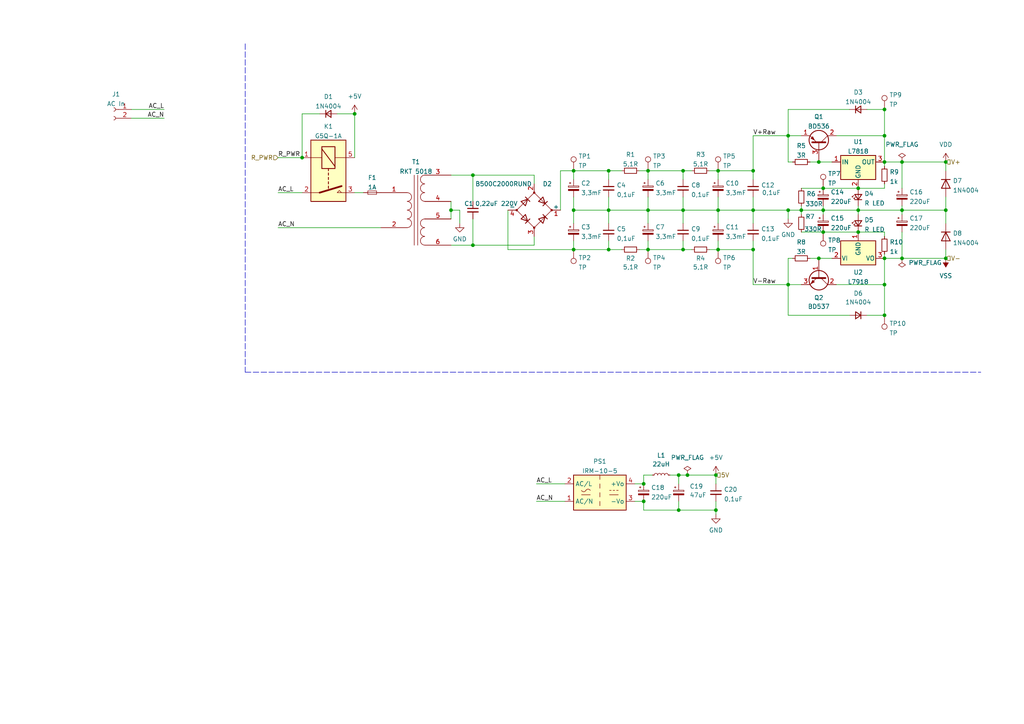
<source format=kicad_sch>
(kicad_sch (version 20211123) (generator eeschema)
  (paper "A4")
  (lib_symbols
    (symbol "Connector:Conn_01x02_Female" (pin_names (offset 1.016) hide)
      (property "Reference" "J" (at 0 2.54 0))
      (property "Value" "Conn_01x02_Female" (at 0 -5.08 0))
      (symbol "Conn_01x02_Female_1_1"
        (arc (start 0 -2.032) (mid -0.508 -2.54) (end 0 -3.048) (stroke (width 0.1524)))
        (polyline (pts (xy -1.27 -2.54) (xy -0.508 -2.54)) (stroke (width 0.1524)))
        (polyline (pts (xy -1.27 0) (xy -0.508 0)) (stroke (width 0.1524)))
        (arc (start 0 0.508) (mid -0.508 0) (end 0 -0.508) (stroke (width 0.1524)))
        (pin passive line (at -5.08 0 0) (length 3.81) (name "Pin_1") (number "1"))
        (pin passive line (at -5.08 -2.54 0) (length 3.81) (name "Pin_2") (number "2"))
      )
    )
    (symbol "Connector:TestPoint" (pin_numbers hide) (pin_names (offset 0.762) hide)
      (property "Reference" "TP" (at 0 6.858 0))
      (property "Value" "TestPoint" (at 0 5.08 0))
      (symbol "TestPoint_0_1"
        (circle (center 0 3.302) (radius 0.762))
      )
      (symbol "TestPoint_1_1"
        (pin passive line (at 0 0 90) (length 2.54) (name "1") (number "1"))
      )
    )
    (symbol "Converter_ACDC:IRM-10-5"
      (property "Reference" "PS" (at 0 6.35 0))
      (property "Value" "IRM-10-5" (at 0 -6.35 0))
      (symbol "IRM-10-5_0_1"
        (rectangle (start -7.62 5.08) (end 7.62 -5.08) (stroke (width 0.254)) (fill (type background)))
        (arc (start -5.334 0.635) (mid -4.699 0.2495) (end -4.064 0.635))
        (arc (start -2.794 0.635) (mid -3.429 1.0072) (end -4.064 0.635))
        (polyline (pts (xy -5.334 -0.635) (xy -2.794 -0.635)))
        (polyline (pts (xy 0 -2.54) (xy 0 -3.81)))
        (polyline (pts (xy 0 0) (xy 0 -1.27)))
        (polyline (pts (xy 0 2.54) (xy 0 1.27)))
        (polyline (pts (xy 0 5.08) (xy 0 3.81)))
        (polyline (pts (xy 2.794 -0.635) (xy 5.334 -0.635)))
        (polyline (pts (xy 2.794 0.635) (xy 3.302 0.635)))
        (polyline (pts (xy 3.81 0.635) (xy 4.318 0.635)))
        (polyline (pts (xy 4.826 0.635) (xy 5.334 0.635)))
      )
      (symbol "IRM-10-5_1_1"
        (pin power_in line (at -10.16 -2.54 0) (length 2.54) (name "AC/N") (number "1"))
        (pin power_in line (at -10.16 2.54 0) (length 2.54) (name "AC/L") (number "2"))
        (pin power_out line (at 10.16 -2.54 180) (length 2.54) (name "-Vo") (number "3"))
        (pin power_out line (at 10.16 2.54 180) (length 2.54) (name "+Vo") (number "4"))
      )
    )
    (symbol "Device:C_Polarized_Small" (pin_numbers hide) (pin_names (offset 0.254) hide)
      (property "Reference" "C" (at 0.254 1.778 0))
      (property "Value" "C_Polarized_Small" (at 0.254 -2.032 0))
      (symbol "C_Polarized_Small_0_1"
        (rectangle (start -1.524 -0.3048) (end 1.524 -0.6858) (fill (type outline)))
        (rectangle (start -1.524 0.6858) (end 1.524 0.3048))
        (polyline (pts (xy -1.27 1.524) (xy -0.762 1.524)))
        (polyline (pts (xy -1.016 1.27) (xy -1.016 1.778)))
      )
      (symbol "C_Polarized_Small_1_1"
        (pin passive line (at 0 2.54 270) (length 1.8542) (name "~") (number "1"))
        (pin passive line (at 0 -2.54 90) (length 1.8542) (name "~") (number "2"))
      )
    )
    (symbol "Device:C_Small" (pin_numbers hide) (pin_names (offset 0.254) hide)
      (property "Reference" "C" (at 0.254 1.778 0))
      (property "Value" "C_Small" (at 0.254 -2.032 0))
      (symbol "C_Small_0_1"
        (polyline (pts (xy -1.524 -0.508) (xy 1.524 -0.508)) (stroke (width 0.3302)))
        (polyline (pts (xy -1.524 0.508) (xy 1.524 0.508)) (stroke (width 0.3048)))
      )
      (symbol "C_Small_1_1"
        (pin passive line (at 0 2.54 270) (length 2.032) (name "~") (number "1"))
        (pin passive line (at 0 -2.54 90) (length 2.032) (name "~") (number "2"))
      )
    )
    (symbol "Device:D_Bridge_+AA-" (pin_names (offset 0))
      (property "Reference" "D" (at 2.54 6.985 0))
      (property "Value" "D_Bridge_+AA-" (at 2.54 5.08 0))
      (symbol "D_Bridge_+AA-_0_1"
        (circle (center -5.08 0) (radius 0.254) (fill (type outline)))
        (circle (center 0 -5.08) (radius 0.254) (fill (type outline)))
        (polyline (pts (xy -2.54 3.81) (xy -1.27 2.54)) (stroke (width 0.254)))
        (polyline (pts (xy -1.27 -2.54) (xy -2.54 -3.81)) (stroke (width 0.254)))
        (polyline (pts (xy 2.54 -1.27) (xy 3.81 -2.54)) (stroke (width 0.254)))
        (polyline (pts (xy 2.54 1.27) (xy 3.81 2.54)) (stroke (width 0.254)))
        (polyline (pts (xy -3.81 2.54) (xy -2.54 1.27) (xy -1.905 3.175) (xy -3.81 2.54)) (stroke (width 0.254)))
        (polyline (pts (xy -2.54 -1.27) (xy -3.81 -2.54) (xy -1.905 -3.175) (xy -2.54 -1.27)) (stroke (width 0.254)))
        (polyline (pts (xy 1.27 2.54) (xy 2.54 3.81) (xy 3.175 1.905) (xy 1.27 2.54)) (stroke (width 0.254)))
        (polyline (pts (xy 3.175 -1.905) (xy 1.27 -2.54) (xy 2.54 -3.81) (xy 3.175 -1.905)) (stroke (width 0.254)))
        (polyline (pts (xy -5.08 0) (xy 0 -5.08) (xy 5.08 0) (xy 0 5.08) (xy -5.08 0)))
        (circle (center 0 5.08) (radius 0.254) (fill (type outline)))
        (circle (center 5.08 0) (radius 0.254) (fill (type outline)))
      )
      (symbol "D_Bridge_+AA-_1_1"
        (pin passive line (at 7.62 0 180) (length 2.54) (name "+") (number "1"))
        (pin passive line (at 0 7.62 270) (length 2.54) (name "~") (number "2"))
        (pin passive line (at 0 -7.62 90) (length 2.54) (name "~") (number "3"))
        (pin passive line (at -7.62 0 0) (length 2.54) (name "-") (number "4"))
      )
    )
    (symbol "Device:D_Small" (pin_numbers hide) (pin_names (offset 0.254) hide)
      (property "Reference" "D" (at -1.27 2.032 0))
      (property "Value" "D_Small" (at -3.81 -2.032 0))
      (symbol "D_Small_0_1"
        (polyline (pts (xy -0.762 -1.016) (xy -0.762 1.016)) (stroke (width 0.254)))
        (polyline (pts (xy -0.762 0) (xy 0.762 0)))
        (polyline (pts (xy 0.762 -1.016) (xy -0.762 0) (xy 0.762 1.016) (xy 0.762 -1.016)) (stroke (width 0.254)))
      )
      (symbol "D_Small_1_1"
        (pin passive line (at -2.54 0 0) (length 1.778) (name "K") (number "1"))
        (pin passive line (at 2.54 0 180) (length 1.778) (name "A") (number "2"))
      )
    )
    (symbol "Device:Fuse_Small" (pin_numbers hide) (pin_names (offset 0.254) hide)
      (property "Reference" "F" (at 0 -1.524 0))
      (property "Value" "Fuse_Small" (at 0 1.524 0))
      (symbol "Fuse_Small_0_1"
        (rectangle (start -1.27 0.508) (end 1.27 -0.508))
        (polyline (pts (xy -1.27 0) (xy 1.27 0)))
      )
      (symbol "Fuse_Small_1_1"
        (pin passive line (at -2.54 0 0) (length 1.27) (name "~") (number "1"))
        (pin passive line (at 2.54 0 180) (length 1.27) (name "~") (number "2"))
      )
    )
    (symbol "Device:LED_Small" (pin_numbers hide) (pin_names (offset 0.254) hide)
      (property "Reference" "D" (at -1.27 3.175 0))
      (property "Value" "LED_Small" (at -4.445 -2.54 0))
      (symbol "LED_Small_0_1"
        (polyline (pts (xy -0.762 -1.016) (xy -0.762 1.016)) (stroke (width 0.254)))
        (polyline (pts (xy 1.016 0) (xy -0.762 0)))
        (polyline (pts (xy 0.762 -1.016) (xy -0.762 0) (xy 0.762 1.016) (xy 0.762 -1.016)) (stroke (width 0.254)))
        (polyline (pts (xy 0 0.762) (xy -0.508 1.27) (xy -0.254 1.27) (xy -0.508 1.27) (xy -0.508 1.016)))
        (polyline (pts (xy 0.508 1.27) (xy 0 1.778) (xy 0.254 1.778) (xy 0 1.778) (xy 0 1.524)))
      )
      (symbol "LED_Small_1_1"
        (pin passive line (at -2.54 0 0) (length 1.778) (name "K") (number "1"))
        (pin passive line (at 2.54 0 180) (length 1.778) (name "A") (number "2"))
      )
    )
    (symbol "Device:L_Small" (pin_numbers hide) (pin_names (offset 0.254) hide)
      (property "Reference" "L" (at 0.762 1.016 0))
      (property "Value" "L_Small" (at 0.762 -1.016 0))
      (symbol "L_Small_0_1"
        (arc (start 0 -2.032) (mid 0.508 -1.524) (end 0 -1.016))
        (arc (start 0 -1.016) (mid 0.508 -0.508) (end 0 0))
        (arc (start 0 0) (mid 0.508 0.508) (end 0 1.016))
        (arc (start 0 1.016) (mid 0.508 1.524) (end 0 2.032))
      )
      (symbol "L_Small_1_1"
        (pin passive line (at 0 2.54 270) (length 0.508) (name "~") (number "1"))
        (pin passive line (at 0 -2.54 90) (length 0.508) (name "~") (number "2"))
      )
    )
    (symbol "Device:Q_NPN_BCE" (pin_names (offset 0) hide)
      (property "Reference" "Q" (at 5.08 1.27 0))
      (property "Value" "Q_NPN_BCE" (at 5.08 -1.27 0))
      (symbol "Q_NPN_BCE_0_1"
        (polyline (pts (xy 0.635 0.635) (xy 2.54 2.54)))
        (polyline (pts (xy 0.635 -0.635) (xy 2.54 -2.54) (xy 2.54 -2.54)))
        (polyline (pts (xy 0.635 1.905) (xy 0.635 -1.905) (xy 0.635 -1.905)) (stroke (width 0.508)))
        (polyline (pts (xy 1.27 -1.778) (xy 1.778 -1.27) (xy 2.286 -2.286) (xy 1.27 -1.778) (xy 1.27 -1.778)) (fill (type outline)))
        (circle (center 1.27 0) (radius 2.8194) (stroke (width 0.254)))
      )
      (symbol "Q_NPN_BCE_1_1"
        (pin input line (at -5.08 0 0) (length 5.715) (name "B") (number "1"))
        (pin passive line (at 2.54 5.08 270) (length 2.54) (name "C") (number "2"))
        (pin passive line (at 2.54 -5.08 90) (length 2.54) (name "E") (number "3"))
      )
    )
    (symbol "Device:Q_PNP_ECB" (pin_names (offset 0) hide)
      (property "Reference" "Q" (at 5.08 1.27 0))
      (property "Value" "Q_PNP_ECB" (at 5.08 -1.27 0))
      (symbol "Q_PNP_ECB_0_1"
        (polyline (pts (xy 0.635 0.635) (xy 2.54 2.54)))
        (polyline (pts (xy 0.635 -0.635) (xy 2.54 -2.54) (xy 2.54 -2.54)))
        (polyline (pts (xy 0.635 1.905) (xy 0.635 -1.905) (xy 0.635 -1.905)) (stroke (width 0.508)))
        (polyline (pts (xy 2.286 -1.778) (xy 1.778 -2.286) (xy 1.27 -1.27) (xy 2.286 -1.778) (xy 2.286 -1.778)) (fill (type outline)))
        (circle (center 1.27 0) (radius 2.8194) (stroke (width 0.254)))
      )
      (symbol "Q_PNP_ECB_1_1"
        (pin passive line (at 2.54 -5.08 90) (length 2.54) (name "E") (number "1"))
        (pin passive line (at 2.54 5.08 270) (length 2.54) (name "C") (number "2"))
        (pin input line (at -5.08 0 0) (length 5.715) (name "B") (number "3"))
      )
    )
    (symbol "Device:R_Small" (pin_numbers hide) (pin_names (offset 0.254) hide)
      (property "Reference" "R" (at 0.762 0.508 0))
      (property "Value" "R_Small" (at 0.762 -1.016 0))
      (symbol "R_Small_0_1"
        (rectangle (start -0.762 1.778) (end 0.762 -1.778) (stroke (width 0.2032)))
      )
      (symbol "R_Small_1_1"
        (pin passive line (at 0 2.54 270) (length 0.762) (name "~") (number "1"))
        (pin passive line (at 0 -2.54 90) (length 0.762) (name "~") (number "2"))
      )
    )
    (symbol "Device:Transformer_1P_2S" (pin_names (offset 1.016) hide)
      (property "Reference" "T" (at 0 12.7 0))
      (property "Value" "Transformer_1P_2S" (at 0 -12.7 0))
      (symbol "Transformer_1P_2S_0_1"
        (arc (start -2.54 -5.0546) (mid -1.6561 -4.6863) (end -1.27 -3.81))
        (arc (start -2.54 -2.5146) (mid -1.6561 -2.1463) (end -1.27 -1.27))
        (arc (start -2.54 0.0254) (mid -1.6561 0.3937) (end -1.27 1.27))
        (arc (start -2.54 2.5654) (mid -1.6561 2.9337) (end -1.27 3.81))
        (arc (start -1.27 -3.81) (mid -1.642 -2.912) (end -2.54 -2.54))
        (arc (start -1.27 -1.27) (mid -1.642 -0.372) (end -2.54 0))
        (arc (start -1.27 1.27) (mid -1.642 2.168) (end -2.54 2.54))
        (arc (start -1.27 3.81) (mid -1.642 4.708) (end -2.54 5.08))
        (polyline (pts (xy -0.508 -10.16) (xy -0.508 10.16)))
        (polyline (pts (xy 0.508 10.16) (xy 0.508 -10.16)))
        (arc (start 1.2954 -8.89) (mid 1.6599 -9.7701) (end 2.54 -10.1346))
        (arc (start 1.2954 -6.35) (mid 1.6599 -7.2301) (end 2.54 -7.5946))
        (arc (start 1.2954 -3.81) (mid 1.6599 -4.6901) (end 2.54 -5.0546))
        (arc (start 1.2954 3.81) (mid 1.6599 2.9299) (end 2.54 2.5654))
        (arc (start 1.2954 6.35) (mid 1.6599 5.4699) (end 2.54 5.1054))
        (arc (start 1.2954 8.89) (mid 1.6599 8.0099) (end 2.54 7.6454))
        (arc (start 2.54 -7.62) (mid 1.6456 -7.9883) (end 1.2954 -8.89))
        (arc (start 2.54 -5.08) (mid 1.6456 -5.4483) (end 1.2954 -6.35))
        (arc (start 2.54 -2.54) (mid 1.6456 -2.9083) (end 1.2954 -3.81))
        (arc (start 2.54 5.08) (mid 1.6456 4.7117) (end 1.2954 3.81))
        (arc (start 2.54 7.62) (mid 1.6456 7.2517) (end 1.2954 6.35))
        (arc (start 2.54 10.16) (mid 1.6456 9.7917) (end 1.2954 8.89))
      )
      (symbol "Transformer_1P_2S_1_1"
        (pin passive line (at -10.16 5.08 0) (length 7.62) (name "AA") (number "1"))
        (pin passive line (at -10.16 -5.08 0) (length 7.62) (name "AB") (number "2"))
        (pin passive line (at 10.16 10.16 180) (length 7.62) (name "SA") (number "3"))
        (pin passive line (at 10.16 2.54 180) (length 7.62) (name "SB") (number "4"))
        (pin passive line (at 10.16 -2.54 180) (length 7.62) (name "SC") (number "5"))
        (pin passive line (at 10.16 -10.16 180) (length 7.62) (name "SD") (number "6"))
      )
    )
    (symbol "Diode:1N4004" (pin_numbers hide) (pin_names (offset 1.016) hide)
      (property "Reference" "D" (at 0 2.54 0))
      (property "Value" "1N4004" (at 0 -2.54 0))
      (symbol "1N4004_0_1"
        (polyline (pts (xy -1.27 1.27) (xy -1.27 -1.27)) (stroke (width 0.254)))
        (polyline (pts (xy 1.27 0) (xy -1.27 0)))
        (polyline (pts (xy 1.27 1.27) (xy 1.27 -1.27) (xy -1.27 0) (xy 1.27 1.27)) (stroke (width 0.254)))
      )
      (symbol "1N4004_1_1"
        (pin passive line (at -3.81 0 0) (length 2.54) (name "K") (number "1"))
        (pin passive line (at 3.81 0 180) (length 2.54) (name "A") (number "2"))
      )
    )
    (symbol "Regulator_Linear:L7815" (pin_names (offset 0.254))
      (property "Reference" "U" (at -3.81 3.175 0))
      (property "Value" "L7815" (at 0 3.175 0))
      (symbol "L7815_0_1"
        (rectangle (start -5.08 1.905) (end 5.08 -5.08) (stroke (width 0.254)) (fill (type background)))
      )
      (symbol "L7815_1_1"
        (pin power_in line (at -7.62 0 0) (length 2.54) (name "IN") (number "1"))
        (pin power_in line (at 0 -7.62 90) (length 2.54) (name "GND") (number "2"))
        (pin power_out line (at 7.62 0 180) (length 2.54) (name "OUT") (number "3"))
      )
    )
    (symbol "Regulator_Linear:L7915" (pin_names (offset 0.254))
      (property "Reference" "U" (at -3.81 -3.175 0))
      (property "Value" "L7915" (at 0 -3.175 0))
      (symbol "L7915_0_1"
        (rectangle (start -5.08 5.08) (end 5.08 -1.905) (stroke (width 0.254)) (fill (type background)))
      )
      (symbol "L7915_1_1"
        (pin power_in line (at 0 7.62 270) (length 2.54) (name "GND") (number "1"))
        (pin power_in line (at -7.62 0 0) (length 2.54) (name "VI") (number "2"))
        (pin power_out line (at 7.62 0 180) (length 2.54) (name "VO") (number "3"))
      )
    )
    (symbol "Relay:G5Q-1A"
      (property "Reference" "K" (at 8.89 3.81 0))
      (property "Value" "G5Q-1A" (at 8.89 1.27 0))
      (symbol "G5Q-1A_0_0"
        (polyline (pts (xy 5.08 5.08) (xy 5.08 2.54) (xy 4.445 3.175) (xy 5.08 3.81)))
      )
      (symbol "G5Q-1A_0_1"
        (rectangle (start -10.16 5.08) (end 7.62 -5.08) (stroke (width 0.254)) (fill (type background)))
        (rectangle (start -8.255 1.905) (end -1.905 -1.905) (stroke (width 0.254)))
        (polyline (pts (xy -7.62 -1.905) (xy -2.54 1.905)) (stroke (width 0.254)))
        (polyline (pts (xy -5.08 -5.08) (xy -5.08 -1.905)))
        (polyline (pts (xy -5.08 5.08) (xy -5.08 1.905)))
        (polyline (pts (xy -1.905 0) (xy -1.27 0)) (stroke (width 0.254)))
        (polyline (pts (xy -0.635 0) (xy 0 0)) (stroke (width 0.254)))
        (polyline (pts (xy 0.635 0) (xy 1.27 0)) (stroke (width 0.254)))
        (polyline (pts (xy 1.905 0) (xy 2.54 0)) (stroke (width 0.254)))
        (polyline (pts (xy 3.175 0) (xy 3.81 0)) (stroke (width 0.254)))
        (polyline (pts (xy 5.08 -2.54) (xy 3.175 3.81)) (stroke (width 0.508)))
        (polyline (pts (xy 5.08 -2.54) (xy 5.08 -5.08)))
      )
      (symbol "G5Q-1A_1_1"
        (pin passive line (at -5.08 -7.62 90) (length 2.54) (name "~") (number "1"))
        (pin passive line (at 5.08 -7.62 90) (length 2.54) (name "~") (number "2"))
        (pin passive line (at 5.08 7.62 270) (length 2.54) (name "~") (number "3"))
        (pin passive line (at -5.08 7.62 270) (length 2.54) (name "~") (number "5"))
      )
    )
    (symbol "power:+5V" (power) (pin_names (offset 0))
      (property "Value" "+5V" (at 0 3.556 0))
      (symbol "+5V_0_1"
        (polyline (pts (xy -0.762 1.27) (xy 0 2.54)))
        (polyline (pts (xy 0 0) (xy 0 2.54)))
        (polyline (pts (xy 0 2.54) (xy 0.762 1.27)))
      )
      (symbol "+5V_1_1"
        (pin power_in line (at 0 0 90) (length 0) hide (name "+5V") (number "1"))
      )
    )
    (symbol "power:GND" (power) (pin_names (offset 0))
      (property "Value" "GND" (at 0 -3.81 0))
      (symbol "GND_0_1"
        (polyline (pts (xy 0 0) (xy 0 -1.27) (xy 1.27 -1.27) (xy 0 -2.54) (xy -1.27 -1.27) (xy 0 -1.27)))
      )
      (symbol "GND_1_1"
        (pin power_in line (at 0 0 270) (length 0) hide (name "GND") (number "1"))
      )
    )
    (symbol "power:PWR_FLAG" (power) (pin_numbers hide) (pin_names (offset 0) hide)
      (property "Value" "PWR_FLAG" (at 0 3.81 0))
      (symbol "PWR_FLAG_0_0"
        (pin power_out line (at 0 0 90) (length 0) (name "pwr") (number "1"))
      )
      (symbol "PWR_FLAG_0_1"
        (polyline (pts (xy 0 0) (xy 0 1.27) (xy -1.016 1.905) (xy 0 2.54) (xy 1.016 1.905) (xy 0 1.27)))
      )
    )
    (symbol "power:VDD" (power) (pin_names (offset 0))
      (property "Value" "VDD" (at 0 3.81 0))
      (symbol "VDD_0_1"
        (polyline (pts (xy -0.762 1.27) (xy 0 2.54)))
        (polyline (pts (xy 0 0) (xy 0 2.54)))
        (polyline (pts (xy 0 2.54) (xy 0.762 1.27)))
      )
      (symbol "VDD_1_1"
        (pin power_in line (at 0 0 90) (length 0) hide (name "VDD") (number "1"))
      )
    )
    (symbol "power:VSS" (power) (pin_names (offset 0))
      (property "Value" "VSS" (at 0 3.81 0))
      (symbol "VSS_0_1"
        (polyline (pts (xy 0 0) (xy 0 2.54)))
        (polyline (pts (xy 0.762 1.27) (xy -0.762 1.27) (xy 0 2.54) (xy 0.762 1.27)) (fill (type outline)))
      )
      (symbol "VSS_1_1"
        (pin power_in line (at 0 0 90) (length 0) hide (name "VSS") (number "1"))
      )
    )
  )
  (junction (at 274.32 60.96))
  (junction (at 261.62 74.93))
  (junction (at 274.32 74.93))
  (junction (at 187.96 72.39))
  (junction (at 196.85 147.955))
  (junction (at 237.49 46.99))
  (junction (at 228.6 60.96))
  (junction (at 238.76 60.96))
  (junction (at 248.92 67.31))
  (junction (at 176.53 60.96))
  (junction (at 207.645 137.795))
  (junction (at 186.69 145.415))
  (junction (at 198.12 72.39))
  (junction (at 208.28 72.39))
  (junction (at 256.54 74.93))
  (junction (at 130.81 60.96))
  (junction (at 232.41 60.96))
  (junction (at 207.645 147.955))
  (junction (at 102.8612 33.02))
  (junction (at 176.53 72.39))
  (junction (at 198.12 60.96))
  (junction (at 166.37 60.96))
  (junction (at 228.6 39.37))
  (junction (at 228.6 82.55))
  (junction (at 137.16 50.8))
  (junction (at 256.54 82.55))
  (junction (at 237.49 74.93))
  (junction (at 166.37 49.53))
  (junction (at 256.54 91.44))
  (junction (at 166.37 72.39))
  (junction (at 248.92 60.96))
  (junction (at 199.39 137.795))
  (junction (at 261.62 46.99))
  (junction (at 218.44 49.53))
  (junction (at 218.44 72.39))
  (junction (at 187.96 60.96))
  (junction (at 186.69 140.335))
  (junction (at 274.32 46.99))
  (junction (at 137.16 71.12))
  (junction (at 187.96 49.53))
  (junction (at 218.44 60.96))
  (junction (at 256.54 31.75))
  (junction (at 256.54 46.99))
  (junction (at 256.54 39.37))
  (junction (at 248.92 54.61))
  (junction (at 238.76 67.31))
  (junction (at 196.85 137.795))
  (junction (at 87.63 45.72))
  (junction (at 208.28 60.96))
  (junction (at 238.76 54.61))
  (junction (at 208.28 49.53))
  (junction (at 198.12 49.53))
  (junction (at 261.62 60.96))
  (junction (at 176.53 49.53))
  (wire (pts (xy 80.645 66.04) (xy 110.49 66.04)))
  (wire (pts (xy 256.54 39.37) (xy 256.54 31.75)))
  (wire (pts (xy 232.41 60.96) (xy 232.41 62.23)))
  (wire (pts (xy 166.37 69.85) (xy 166.37 72.39)))
  (wire (pts (xy 198.12 49.53) (xy 200.66 49.53)))
  (wire (pts (xy 102.87 55.88) (xy 105.41 55.88)))
  (wire (pts (xy 137.16 63.5) (xy 137.16 71.12)))
  (wire (pts (xy 162.56 49.53) (xy 166.37 49.53)))
  (wire (pts (xy 196.85 145.415) (xy 196.85 147.955)))
  (wire (pts (xy 199.39 137.795) (xy 207.645 137.795)))
  (wire (pts (xy 133.35 60.96) (xy 133.35 64.77)))
  (wire (pts (xy 198.12 69.85) (xy 198.12 72.39)))
  (wire (pts (xy 196.85 137.795) (xy 196.85 140.335)))
  (polyline (pts (xy 71.12 12.7) (xy 71.12 107.95)))
  (wire (pts (xy 256.54 82.55) (xy 256.54 91.44)))
  (wire (pts (xy 228.6 46.99) (xy 229.87 46.99)))
  (wire (pts (xy 187.96 49.53) (xy 187.96 52.07)))
  (wire (pts (xy 198.12 60.96) (xy 208.28 60.96)))
  (wire (pts (xy 162.56 49.53) (xy 162.56 60.96)))
  (wire (pts (xy 176.53 60.96) (xy 176.53 64.77)))
  (wire (pts (xy 274.32 64.77) (xy 274.32 60.96)))
  (wire (pts (xy 102.8612 33.02) (xy 97.79 33.02)))
  (wire (pts (xy 256.54 39.37) (xy 256.54 46.99)))
  (wire (pts (xy 274.32 60.96) (xy 274.32 57.15)))
  (polyline (pts (xy 71.12 107.95) (xy 284.48 107.95)))
  (wire (pts (xy 166.37 57.15) (xy 166.37 60.96)))
  (wire (pts (xy 194.31 137.795) (xy 196.85 137.795)))
  (wire (pts (xy 256.54 67.31) (xy 248.92 67.31)))
  (wire (pts (xy 176.53 49.53) (xy 180.34 49.53)))
  (wire (pts (xy 256.54 91.44) (xy 251.46 91.44)))
  (wire (pts (xy 208.28 60.96) (xy 218.44 60.96)))
  (wire (pts (xy 137.16 71.12) (xy 154.94 71.12)))
  (wire (pts (xy 238.76 59.69) (xy 238.76 60.96)))
  (wire (pts (xy 232.41 60.96) (xy 232.41 59.69)))
  (wire (pts (xy 187.96 49.53) (xy 198.12 49.53)))
  (wire (pts (xy 184.15 145.415) (xy 186.69 145.415)))
  (wire (pts (xy 218.44 72.39) (xy 218.44 82.55)))
  (wire (pts (xy 186.69 140.335) (xy 186.69 137.795)))
  (wire (pts (xy 234.95 74.93) (xy 237.49 74.93)))
  (wire (pts (xy 102.87 45.72) (xy 102.87 33.02)))
  (wire (pts (xy 242.57 82.55) (xy 256.54 82.55)))
  (wire (pts (xy 187.96 60.96) (xy 198.12 60.96)))
  (wire (pts (xy 208.28 57.15) (xy 208.28 60.96)))
  (wire (pts (xy 130.81 60.96) (xy 130.81 63.5)))
  (wire (pts (xy 184.15 140.335) (xy 186.69 140.335)))
  (wire (pts (xy 274.32 49.53) (xy 274.32 46.99)))
  (wire (pts (xy 208.28 60.96) (xy 208.28 64.77)))
  (wire (pts (xy 186.69 137.795) (xy 189.23 137.795)))
  (wire (pts (xy 196.85 147.955) (xy 207.645 147.955)))
  (wire (pts (xy 102.87 33.02) (xy 102.8612 33.02)))
  (wire (pts (xy 218.44 39.37) (xy 228.6 39.37)))
  (wire (pts (xy 256.54 82.55) (xy 256.54 74.93)))
  (wire (pts (xy 205.74 72.39) (xy 208.28 72.39)))
  (wire (pts (xy 261.62 46.99) (xy 261.62 54.61)))
  (wire (pts (xy 218.44 60.96) (xy 228.6 60.96)))
  (wire (pts (xy 198.12 49.53) (xy 198.12 52.07)))
  (wire (pts (xy 185.42 49.53) (xy 187.96 49.53)))
  (wire (pts (xy 166.37 72.39) (xy 176.53 72.39)))
  (wire (pts (xy 218.44 82.55) (xy 228.6 82.55)))
  (wire (pts (xy 228.6 39.37) (xy 228.6 46.99)))
  (wire (pts (xy 238.76 54.61) (xy 248.92 54.61)))
  (wire (pts (xy 186.69 147.955) (xy 196.85 147.955)))
  (wire (pts (xy 196.85 137.795) (xy 199.39 137.795)))
  (wire (pts (xy 137.16 50.8) (xy 154.94 50.8)))
  (wire (pts (xy 208.28 72.39) (xy 218.44 72.39)))
  (wire (pts (xy 218.44 69.85) (xy 218.44 72.39)))
  (wire (pts (xy 238.76 60.96) (xy 248.92 60.96)))
  (wire (pts (xy 218.44 49.53) (xy 218.44 52.07)))
  (wire (pts (xy 228.6 60.96) (xy 232.41 60.96)))
  (wire (pts (xy 185.42 72.39) (xy 187.96 72.39)))
  (wire (pts (xy 261.62 74.93) (xy 274.32 74.93)))
  (wire (pts (xy 176.53 49.53) (xy 176.53 52.07)))
  (wire (pts (xy 256.54 46.99) (xy 261.62 46.99)))
  (wire (pts (xy 176.53 60.96) (xy 187.96 60.96)))
  (wire (pts (xy 80.645 45.72) (xy 87.63 45.72)))
  (wire (pts (xy 228.6 31.75) (xy 228.6 39.37)))
  (wire (pts (xy 228.6 82.55) (xy 228.6 74.93)))
  (wire (pts (xy 248.92 59.69) (xy 248.92 60.96)))
  (wire (pts (xy 176.53 57.15) (xy 176.53 60.96)))
  (wire (pts (xy 218.44 49.53) (xy 218.44 39.37)))
  (wire (pts (xy 256.54 46.99) (xy 256.54 48.26)))
  (wire (pts (xy 176.53 72.39) (xy 180.34 72.39)))
  (wire (pts (xy 198.12 57.15) (xy 198.12 60.96)))
  (wire (pts (xy 261.62 67.31) (xy 261.62 74.93)))
  (wire (pts (xy 187.96 57.15) (xy 187.96 60.96)))
  (wire (pts (xy 38.1 34.29) (xy 47.625 34.29)))
  (wire (pts (xy 130.81 58.42) (xy 130.81 60.96)))
  (wire (pts (xy 261.62 60.96) (xy 274.32 60.96)))
  (wire (pts (xy 155.575 145.415) (xy 163.83 145.415)))
  (wire (pts (xy 198.12 60.96) (xy 198.12 64.77)))
  (wire (pts (xy 176.53 69.85) (xy 176.53 72.39)))
  (wire (pts (xy 207.645 147.955) (xy 207.645 145.415)))
  (wire (pts (xy 238.76 60.96) (xy 238.76 62.23)))
  (wire (pts (xy 208.28 69.85) (xy 208.28 72.39)))
  (wire (pts (xy 87.63 45.72) (xy 87.63 33.02)))
  (wire (pts (xy 186.69 147.955) (xy 186.69 145.415)))
  (wire (pts (xy 208.28 49.53) (xy 208.28 52.07)))
  (wire (pts (xy 232.41 54.61) (xy 238.76 54.61)))
  (wire (pts (xy 218.44 57.15) (xy 218.44 60.96)))
  (wire (pts (xy 228.6 82.55) (xy 232.41 82.55)))
  (wire (pts (xy 80.645 55.88) (xy 87.63 55.88)))
  (wire (pts (xy 274.32 46.99) (xy 261.62 46.99)))
  (wire (pts (xy 261.62 74.93) (xy 256.54 74.93)))
  (wire (pts (xy 261.62 60.96) (xy 261.62 62.23)))
  (wire (pts (xy 137.16 50.8) (xy 137.16 58.42)))
  (wire (pts (xy 154.94 71.12) (xy 154.94 68.58)))
  (wire (pts (xy 228.6 60.96) (xy 228.6 63.5)))
  (wire (pts (xy 234.95 46.99) (xy 237.49 46.99)))
  (wire (pts (xy 166.37 49.53) (xy 166.37 52.07)))
  (wire (pts (xy 228.6 39.37) (xy 232.41 39.37)))
  (wire (pts (xy 130.81 71.12) (xy 137.16 71.12)))
  (wire (pts (xy 237.49 74.93) (xy 241.3 74.93)))
  (wire (pts (xy 256.54 31.75) (xy 251.46 31.75)))
  (wire (pts (xy 207.645 147.955) (xy 207.645 149.225)))
  (wire (pts (xy 207.645 137.795) (xy 207.645 140.335)))
  (wire (pts (xy 256.54 54.61) (xy 248.92 54.61)))
  (wire (pts (xy 130.81 60.96) (xy 133.35 60.96)))
  (wire (pts (xy 198.12 72.39) (xy 200.66 72.39)))
  (wire (pts (xy 155.575 140.335) (xy 163.83 140.335)))
  (wire (pts (xy 248.92 60.96) (xy 248.92 62.23)))
  (wire (pts (xy 187.96 72.39) (xy 198.12 72.39)))
  (wire (pts (xy 242.57 39.37) (xy 256.54 39.37)))
  (wire (pts (xy 130.81 50.8) (xy 137.16 50.8)))
  (wire (pts (xy 248.92 60.96) (xy 261.62 60.96)))
  (wire (pts (xy 38.1 31.75) (xy 47.625 31.75)))
  (wire (pts (xy 246.38 31.75) (xy 228.6 31.75)))
  (wire (pts (xy 261.62 59.69) (xy 261.62 60.96)))
  (wire (pts (xy 232.41 60.96) (xy 238.76 60.96)))
  (wire (pts (xy 87.63 33.02) (xy 92.71 33.02)))
  (wire (pts (xy 166.37 60.96) (xy 176.53 60.96)))
  (wire (pts (xy 147.32 72.39) (xy 147.32 60.96)))
  (wire (pts (xy 238.76 67.31) (xy 248.92 67.31)))
  (wire (pts (xy 166.37 49.53) (xy 176.53 49.53)))
  (wire (pts (xy 208.28 49.53) (xy 218.44 49.53)))
  (wire (pts (xy 187.96 69.85) (xy 187.96 72.39)))
  (wire (pts (xy 256.54 68.58) (xy 256.54 67.31)))
  (wire (pts (xy 228.6 91.44) (xy 228.6 82.55)))
  (wire (pts (xy 256.54 53.34) (xy 256.54 54.61)))
  (wire (pts (xy 256.54 74.93) (xy 256.54 73.66)))
  (wire (pts (xy 205.74 49.53) (xy 208.28 49.53)))
  (wire (pts (xy 246.38 91.44) (xy 228.6 91.44)))
  (wire (pts (xy 232.41 67.31) (xy 238.76 67.31)))
  (wire (pts (xy 237.49 46.99) (xy 241.3 46.99)))
  (wire (pts (xy 154.94 50.8) (xy 154.94 53.34)))
  (wire (pts (xy 218.44 60.96) (xy 218.44 64.77)))
  (wire (pts (xy 228.6 74.93) (xy 229.87 74.93)))
  (wire (pts (xy 147.32 72.39) (xy 166.37 72.39)))
  (wire (pts (xy 187.96 60.96) (xy 187.96 64.77)))
  (wire (pts (xy 166.37 60.96) (xy 166.37 64.77)))
  (wire (pts (xy 274.32 74.93) (xy 274.32 72.39)))
  (label "AC_N" (at 80.645 66.04 0))
  (label "AC_N" (at 155.575 145.415 0))
  (label "V-Raw" (at 218.44 82.55 0))
  (label "AC_L" (at 155.575 140.335 0))
  (label "AC_N" (at 47.625 34.29 180))
  (label "R_PWR" (at 80.645 45.72 0))
  (label "AC_L" (at 47.625 31.75 180))
  (label "V+Raw" (at 218.44 39.37 0))
  (label "AC_L" (at 80.645 55.88 0))
  (hierarchical_label "R_PWR" (shape input) (at 80.645 45.72 180))
  (hierarchical_label "V-" (shape input) (at 274.32 74.93 0))
  (hierarchical_label "V+" (shape input) (at 274.32 46.99 0))
  (hierarchical_label "5V" (shape input) (at 207.6105 137.795 0))
  (symbol (lib_id "Connector:TestPoint") (at 166.37 72.39 180) (unit 1)
    (property "Reference" "TP2" (at 167.767 74.7835 0) (effects (justify right)))
    (property "Value" "TP" (at 167.767 77.5586 0) (effects (justify right)))
  )
  (symbol (lib_id "Device:C_Small") (at 137.16 60.96 0) (unit 1)
    (property "Reference" "C1" (at 134.62 59.055 0) (effects (justify left)))
    (property "Value" "0,22uF 220V" (at 137.795 59.055 0) (effects (justify left)))
  )
  (symbol (lib_id "Device:R_Small") (at 232.41 64.77 0) (unit 1)
    (property "Reference" "R7" (at 233.6199 62.8289 0) (effects (justify left)))
    (property "Value" "330R" (at 233.2372 66.4473 0) (effects (justify left)))
  )
  (symbol (lib_id "Device:R_Small") (at 256.54 50.8 180) (unit 1)
    (property "Reference" "R9" (at 258.0386 49.8915 0) (effects (justify right)))
    (property "Value" "1k" (at 258.0386 52.6666 0) (effects (justify right)))
  )
  (symbol (lib_id "Diode:1N4004") (at 274.32 53.34 270) (unit 1)
    (property "Reference" "D7" (at 276.352 52.4315 90) (effects (justify left)))
    (property "Value" "1N4004" (at 276.352 55.2066 90) (effects (justify left)))
    (property "Footprint" "Diode_THT:D_DO-41_SOD81_P10.16mm_Horizontal" (effects hide))
    (property "Datasheet" "http://www.vishay.com/docs/88503/1n4001.pdf" (effects hide))
  )
  (symbol (lib_id "Relay:G5Q-1A") (at 95.25 50.8 270) (unit 1)
    (property "Reference" "K1" (at 95.25 36.6735 90))
    (property "Value" "G5Q-1A" (at 95.25 39.4486 90))
    (property "Footprint" "Relay_THT:Relay_SPST_Omron-G5Q-1A" (effects hide))
    (property "Datasheet" "https://www.omron.com/ecb/products/pdf/en-g5q.pdf" (effects hide))
  )
  (symbol (lib_id "Device:R_Small") (at 232.41 57.15 0) (unit 1)
    (property "Reference" "R6" (at 233.9086 56.2415 0) (effects (justify left)))
    (property "Value" "330R" (at 233.5503 59.1409 0) (effects (justify left)))
  )
  (symbol (lib_id "Device:C_Polarized_Small") (at 187.96 54.61 0) (unit 1)
    (property "Reference" "C6" (at 190.119 53.1554 0) (effects (justify left)))
    (property "Value" "3,3mF" (at 190.119 55.9305 0) (effects (justify left)))
  )
  (symbol (lib_id "power:PWR_FLAG") (at 199.39 137.795 0) (unit 1)
    (property "Reference" "#FLG03" (effects hide))
    (property "Value" "PWR_FLAG" (at 199.39 132.715 0))
  )
  (symbol (lib_id "power:GND") (at 228.6 63.5 0) (unit 1)
    (property "Reference" "#PWR03" (effects hide))
    (property "Value" "GND" (at 228.6 68.0625 0))
  )
  (symbol (lib_id "Device:LED_Small") (at 248.92 64.77 90) (unit 1)
    (property "Reference" "D5" (at 250.698 63.798 90) (effects (justify right)))
    (property "Value" "R LED" (at 250.698 66.5731 90) (effects (justify right)))
  )
  (symbol (lib_id "Connector:TestPoint") (at 166.37 49.53 0) (unit 1)
    (property "Reference" "TP1" (at 167.767 45.3195 0) (effects (justify left)))
    (property "Value" "TP" (at 167.767 48.0946 0) (effects (justify left)))
  )
  (symbol (lib_id "power:VSS") (at 274.32 74.93 180) (unit 1)
    (property "Reference" "#PWR05" (effects hide))
    (property "Value" "VSS" (at 274.32 80.01 0))
  )
  (symbol (lib_id "Device:C_Polarized_Small") (at 208.28 67.31 0) (unit 1)
    (property "Reference" "C11" (at 210.439 65.8554 0) (effects (justify left)))
    (property "Value" "3,3mF" (at 210.439 68.6305 0) (effects (justify left)))
  )
  (symbol (lib_id "Device:C_Polarized_Small") (at 186.69 142.875 0) (unit 1)
    (property "Reference" "C18" (at 188.849 141.4204 0) (effects (justify left)))
    (property "Value" "220uF" (at 188.849 144.1955 0) (effects (justify left)))
  )
  (symbol (lib_id "Device:R_Small") (at 182.88 72.39 90) (unit 1)
    (property "Reference" "R2" (at 182.88 74.93 90))
    (property "Value" "5,1R" (at 182.88 77.47 90))
  )
  (symbol (lib_id "Connector:TestPoint") (at 208.28 72.39 180) (unit 1)
    (property "Reference" "TP6" (at 209.677 74.7835 0) (effects (justify right)))
    (property "Value" "TP" (at 209.677 77.5586 0) (effects (justify right)))
  )
  (symbol (lib_id "Connector:TestPoint") (at 187.96 72.39 180) (unit 1)
    (property "Reference" "TP4" (at 189.357 74.7835 0) (effects (justify right)))
    (property "Value" "TP" (at 189.357 77.5586 0) (effects (justify right)))
  )
  (symbol (lib_id "Device:C_Small") (at 176.53 67.31 0) (unit 1)
    (property "Reference" "C5" (at 178.8541 66.4078 0) (effects (justify left)))
    (property "Value" "0,1uF" (at 178.8541 69.1829 0) (effects (justify left)))
  )
  (symbol (lib_id "Device:Q_NPN_BCE") (at 237.49 80.01 270) (unit 1)
    (property "Reference" "Q2" (at 237.49 86.36 90))
    (property "Value" "BD537" (at 237.49 88.9 90))
  )
  (symbol (lib_id "Connector:TestPoint") (at 187.96 49.53 0) (unit 1)
    (property "Reference" "TP3" (at 189.357 45.3195 0) (effects (justify left)))
    (property "Value" "TP" (at 189.357 48.0946 0) (effects (justify left)))
  )
  (symbol (lib_id "Device:C_Polarized_Small") (at 166.37 54.61 0) (unit 1)
    (property "Reference" "C2" (at 168.529 53.1554 0) (effects (justify left)))
    (property "Value" "3,3mF" (at 168.529 55.9305 0) (effects (justify left)))
  )
  (symbol (lib_id "Device:R_Small") (at 232.41 46.99 90) (unit 1)
    (property "Reference" "R5" (at 232.41 42.2869 90))
    (property "Value" "3R" (at 232.41 45.062 90))
  )
  (symbol (lib_id "Connector:TestPoint") (at 238.76 67.31 180) (unit 1)
    (property "Reference" "TP8" (at 240.157 69.7035 0) (effects (justify right)))
    (property "Value" "TP" (at 240.157 72.4786 0) (effects (justify right)))
  )
  (symbol (lib_id "Device:D_Small") (at 248.92 31.75 0) (unit 1)
    (property "Reference" "D3" (at 248.92 26.7675 0))
    (property "Value" "1N4004" (at 248.92 29.5426 0))
  )
  (symbol (lib_id "Diode:1N4004") (at 274.32 68.58 270) (unit 1)
    (property "Reference" "D8" (at 276.352 67.6715 90) (effects (justify left)))
    (property "Value" "1N4004" (at 276.352 70.4466 90) (effects (justify left)))
    (property "Footprint" "Diode_THT:D_DO-41_SOD81_P10.16mm_Horizontal" (effects hide))
    (property "Datasheet" "http://www.vishay.com/docs/88503/1n4001.pdf" (effects hide))
  )
  (symbol (lib_id "Device:C_Polarized_Small") (at 261.62 57.15 0) (unit 1)
    (property "Reference" "C16" (at 263.779 55.6954 0) (effects (justify left)))
    (property "Value" "220uF" (at 263.779 58.4705 0) (effects (justify left)))
  )
  (symbol (lib_id "Connector:TestPoint") (at 238.76 54.61 0) (unit 1)
    (property "Reference" "TP7" (at 240.157 50.3995 0) (effects (justify left)))
    (property "Value" "TP" (at 240.157 53.1746 0) (effects (justify left)))
  )
  (symbol (lib_id "Device:C_Polarized_Small") (at 166.37 67.31 0) (unit 1)
    (property "Reference" "C3" (at 168.529 65.8554 0) (effects (justify left)))
    (property "Value" "3,3mF" (at 168.529 68.6305 0) (effects (justify left)))
  )
  (symbol (lib_id "Device:C_Small") (at 207.645 142.875 0) (unit 1)
    (property "Reference" "C20" (at 209.9691 141.9728 0) (effects (justify left)))
    (property "Value" "0,1uF" (at 209.9691 144.7479 0) (effects (justify left)))
  )
  (symbol (lib_id "Device:Fuse_Small") (at 107.95 55.88 0) (unit 1)
    (property "Reference" "F1" (at 107.95 51.5325 0))
    (property "Value" "1A" (at 107.95 54.3076 0))
  )
  (symbol (lib_id "Device:D_Small") (at 248.92 91.44 0) (mirror y) (unit 1)
    (property "Reference" "D6" (at 248.92 85.09 0))
    (property "Value" "1N4004" (at 248.92 87.63 0))
  )
  (symbol (lib_id "power:GND") (at 207.645 149.225 0) (unit 1)
    (property "Reference" "#PWR07" (effects hide))
    (property "Value" "GND" (at 207.645 153.7875 0))
  )
  (symbol (lib_id "Device:C_Polarized_Small") (at 238.76 64.77 0) (unit 1)
    (property "Reference" "C15" (at 240.919 63.3154 0) (effects (justify left)))
    (property "Value" "220uF" (at 240.919 66.0905 0) (effects (justify left)))
  )
  (symbol (lib_id "Device:C_Polarized_Small") (at 261.62 64.77 0) (unit 1)
    (property "Reference" "C17" (at 263.779 63.3154 0) (effects (justify left)))
    (property "Value" "220uF" (at 263.779 66.0905 0) (effects (justify left)))
  )
  (symbol (lib_id "Connector:TestPoint") (at 208.28 49.53 0) (unit 1)
    (property "Reference" "TP5" (at 209.677 45.3195 0) (effects (justify left)))
    (property "Value" "TP" (at 209.677 48.0946 0) (effects (justify left)))
  )
  (symbol (lib_id "Connector:Conn_01x02_Female") (at 33.02 31.75 0) (mirror y) (unit 1)
    (property "Reference" "J1" (at 33.655 27.3263 0))
    (property "Value" "AC In" (at 33.655 30.1014 0))
  )
  (symbol (lib_id "Device:D_Bridge_+AA-") (at 154.94 60.96 0) (unit 1)
    (property "Reference" "D2" (at 158.75 53.34 0))
    (property "Value" "B500C2000RUND" (at 146.05 53.34 0))
  )
  (symbol (lib_id "Device:C_Polarized_Small") (at 196.85 142.875 0) (unit 1)
    (property "Reference" "C19" (at 200.025 141.0588 0) (effects (justify left)))
    (property "Value" "47uF" (at 200.025 143.5988 0) (effects (justify left)))
  )
  (symbol (lib_id "Device:C_Small") (at 218.44 54.61 0) (unit 1)
    (property "Reference" "C12" (at 220.7641 53.7078 0) (effects (justify left)))
    (property "Value" "0,1uF" (at 220.98 55.88 0) (effects (justify left)))
  )
  (symbol (lib_id "Device:C_Polarized_Small") (at 187.96 67.31 0) (unit 1)
    (property "Reference" "C7" (at 190.119 65.8554 0) (effects (justify left)))
    (property "Value" "3,3mF" (at 190.119 68.6305 0) (effects (justify left)))
  )
  (symbol (lib_id "Device:Q_PNP_ECB") (at 237.49 41.91 270) (mirror x) (unit 1)
    (property "Reference" "Q1" (at 237.49 33.8541 90))
    (property "Value" "BD536" (at 237.49 36.6292 90))
  )
  (symbol (lib_id "Connector:TestPoint") (at 256.54 91.44 180) (unit 1)
    (property "Reference" "TP10" (at 257.937 93.8335 0) (effects (justify right)))
    (property "Value" "TP" (at 257.937 96.6086 0) (effects (justify right)))
  )
  (symbol (lib_id "Device:C_Polarized_Small") (at 238.76 57.15 0) (unit 1)
    (property "Reference" "C14" (at 240.919 55.6954 0) (effects (justify left)))
    (property "Value" "220uF" (at 240.919 58.4705 0) (effects (justify left)))
  )
  (symbol (lib_id "Device:C_Small") (at 218.44 67.31 0) (unit 1)
    (property "Reference" "C13" (at 220.7641 66.4078 0) (effects (justify left)))
    (property "Value" "0,1uF" (at 220.7641 69.1829 0) (effects (justify left)))
  )
  (symbol (lib_id "Device:C_Small") (at 198.12 54.61 0) (unit 1)
    (property "Reference" "C8" (at 200.4441 53.7078 0) (effects (justify left)))
    (property "Value" "0,1uF" (at 200.4441 56.4829 0) (effects (justify left)))
  )
  (symbol (lib_id "power:PWR_FLAG") (at 261.62 46.99 0) (unit 1)
    (property "Reference" "#FLG01" (effects hide))
    (property "Value" "PWR_FLAG" (at 261.62 41.91 0))
  )
  (symbol (lib_id "Device:L_Small") (at 191.77 137.795 90) (unit 1)
    (property "Reference" "L1" (at 191.77 132.08 90))
    (property "Value" "22uH" (at 191.77 134.62 90))
  )
  (symbol (lib_id "Device:R_Small") (at 182.88 49.53 90) (unit 1)
    (property "Reference" "R1" (at 182.88 44.8269 90))
    (property "Value" "5,1R" (at 182.88 47.602 90))
  )
  (symbol (lib_id "power:PWR_FLAG") (at 261.62 74.93 180) (unit 1)
    (property "Reference" "#FLG02" (effects hide))
    (property "Value" "PWR_FLAG" (at 263.525 76.1999 0) (effects (justify right)))
  )
  (symbol (lib_id "power:GND") (at 133.35 64.77 0) (unit 1)
    (property "Reference" "#PWR02" (effects hide))
    (property "Value" "GND" (at 133.35 69.3325 0))
  )
  (symbol (lib_id "Connector:TestPoint") (at 256.54 31.75 0) (unit 1)
    (property "Reference" "TP9" (at 257.937 27.5395 0) (effects (justify left)))
    (property "Value" "TP" (at 257.937 30.3146 0) (effects (justify left)))
  )
  (symbol (lib_id "Device:C_Small") (at 198.12 67.31 0) (unit 1)
    (property "Reference" "C9" (at 200.4441 66.4078 0) (effects (justify left)))
    (property "Value" "0,1uF" (at 200.4441 69.1829 0) (effects (justify left)))
  )
  (symbol (lib_id "Device:R_Small") (at 232.41 74.93 90) (unit 1)
    (property "Reference" "R8" (at 232.41 70.2269 90))
    (property "Value" "3R" (at 232.41 73.002 90))
  )
  (symbol (lib_id "Device:R_Small") (at 203.2 72.39 90) (unit 1)
    (property "Reference" "R4" (at 203.2 74.93 90))
    (property "Value" "5,1R" (at 203.2 77.47 90))
  )
  (symbol (lib_id "power:+5V") (at 207.645 137.795 0) (unit 1)
    (property "Reference" "#PWR06" (effects hide))
    (property "Value" "+5V" (at 207.645 132.715 0))
  )
  (symbol (lib_id "Device:Transformer_1P_2S") (at 120.65 60.96 0) (unit 1)
    (property "Reference" "T1" (at 120.65 46.9603 0))
    (property "Value" "RKT 5018" (at 120.65 49.7354 0))
  )
  (symbol (lib_id "power:+5V") (at 102.8612 33.02 0) (unit 1)
    (property "Reference" "#PWR01" (effects hide))
    (property "Value" "+5V" (at 102.8612 27.94 0))
  )
  (symbol (lib_id "Device:LED_Small") (at 248.92 57.15 90) (unit 1)
    (property "Reference" "D4" (at 250.698 56.178 90) (effects (justify right)))
    (property "Value" "R LED" (at 250.698 58.9531 90) (effects (justify right)))
  )
  (symbol (lib_id "Regulator_Linear:L7815") (at 248.92 46.99 0) (unit 1)
    (property "Reference" "U1" (at 248.92 41.1185 0))
    (property "Value" "L7818" (at 248.92 43.8936 0))
    (property "Datasheet" "http://www.st.com/content/ccc/resource/technical/document/datasheet/41/4f/b3/b0/12/d4/47/88/CD00000444.pdf/files/CD00000444.pdf/jcr:content/translations/en.CD00000444.pdf" (effects hide))
  )
  (symbol (lib_id "Regulator_Linear:L7915") (at 248.92 74.93 0) (unit 1)
    (property "Reference" "U2" (at 248.92 78.9845 0))
    (property "Value" "L7918" (at 248.92 81.7596 0))
    (property "Datasheet" "http://www.st.com/content/ccc/resource/technical/document/datasheet/c9/16/86/41/c7/2b/45/f2/CD00000450.pdf/files/CD00000450.pdf/jcr:content/translations/en.CD00000450.pdf" (effects hide))
  )
  (symbol (lib_id "Device:R_Small") (at 256.54 71.12 180) (unit 1)
    (property "Reference" "R10" (at 258.0386 70.2115 0) (effects (justify right)))
    (property "Value" "1k" (at 258.0386 72.9866 0) (effects (justify right)))
  )
  (symbol (lib_id "Converter_ACDC:IRM-10-5") (at 173.99 142.875 0) (unit 1)
    (property "Reference" "PS1" (at 173.99 133.8285 0))
    (property "Value" "IRM-10-5" (at 173.99 136.6036 0))
    (property "Footprint" "Converter_ACDC:Converter_ACDC_MeanWell_IRM-10-xx_THT" (effects hide))
    (property "Datasheet" "https://www.meanwell.com/Upload/PDF/IRM-10/IRM-10-SPEC.PDF" (effects hide))
  )
  (symbol (lib_id "Device:R_Small") (at 203.2 49.53 90) (unit 1)
    (property "Reference" "R3" (at 203.2 44.8269 90))
    (property "Value" "5,1R" (at 203.2 47.602 90))
  )
  (symbol (lib_id "Device:C_Small") (at 176.53 54.61 0) (unit 1)
    (property "Reference" "C4" (at 178.8541 53.7078 0) (effects (justify left)))
    (property "Value" "0,1uF" (at 178.8541 56.4829 0) (effects (justify left)))
  )
  (symbol (lib_id "power:VDD") (at 274.32 46.99 0) (unit 1)
    (property "Reference" "#PWR04" (effects hide))
    (property "Value" "VDD" (at 274.32 41.91 0))
  )
  (symbol (lib_id "Device:D_Small") (at 95.25 33.02 0) (unit 1)
    (property "Reference" "D1" (at 95.25 28.0375 0))
    (property "Value" "1N4004" (at 95.25 30.8126 0))
  )
  (symbol (lib_id "Device:C_Polarized_Small") (at 208.28 54.61 0) (unit 1)
    (property "Reference" "C10" (at 210.439 53.1554 0) (effects (justify left)))
    (property "Value" "3,3mF" (at 210.439 55.9305 0) (effects (justify left)))
  )
)
</source>
